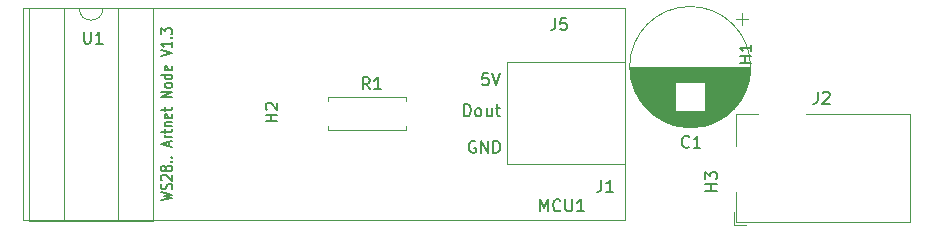
<source format=gbr>
G04 #@! TF.GenerationSoftware,KiCad,Pcbnew,(5.1.4)-1*
G04 #@! TF.CreationDate,2019-11-22T13:16:02+01:00*
G04 #@! TF.ProjectId,ArtNetNode1.2,4172744e-6574-44e6-9f64-65312e322e6b,rev?*
G04 #@! TF.SameCoordinates,Original*
G04 #@! TF.FileFunction,Legend,Top*
G04 #@! TF.FilePolarity,Positive*
%FSLAX46Y46*%
G04 Gerber Fmt 4.6, Leading zero omitted, Abs format (unit mm)*
G04 Created by KiCad (PCBNEW (5.1.4)-1) date 2019-11-22 13:16:02*
%MOMM*%
%LPD*%
G04 APERTURE LIST*
%ADD10C,0.150000*%
%ADD11C,0.120000*%
G04 APERTURE END LIST*
D10*
X172426380Y-73354285D02*
X173426380Y-73163809D01*
X172712095Y-73011428D01*
X173426380Y-72859047D01*
X172426380Y-72668571D01*
X173378761Y-72401904D02*
X173426380Y-72287619D01*
X173426380Y-72097142D01*
X173378761Y-72020952D01*
X173331142Y-71982857D01*
X173235904Y-71944761D01*
X173140666Y-71944761D01*
X173045428Y-71982857D01*
X172997809Y-72020952D01*
X172950190Y-72097142D01*
X172902571Y-72249523D01*
X172854952Y-72325714D01*
X172807333Y-72363809D01*
X172712095Y-72401904D01*
X172616857Y-72401904D01*
X172521619Y-72363809D01*
X172474000Y-72325714D01*
X172426380Y-72249523D01*
X172426380Y-72059047D01*
X172474000Y-71944761D01*
X172521619Y-71640000D02*
X172474000Y-71601904D01*
X172426380Y-71525714D01*
X172426380Y-71335238D01*
X172474000Y-71259047D01*
X172521619Y-71220952D01*
X172616857Y-71182857D01*
X172712095Y-71182857D01*
X172854952Y-71220952D01*
X173426380Y-71678095D01*
X173426380Y-71182857D01*
X172854952Y-70725714D02*
X172807333Y-70801904D01*
X172759714Y-70840000D01*
X172664476Y-70878095D01*
X172616857Y-70878095D01*
X172521619Y-70840000D01*
X172474000Y-70801904D01*
X172426380Y-70725714D01*
X172426380Y-70573333D01*
X172474000Y-70497142D01*
X172521619Y-70459047D01*
X172616857Y-70420952D01*
X172664476Y-70420952D01*
X172759714Y-70459047D01*
X172807333Y-70497142D01*
X172854952Y-70573333D01*
X172854952Y-70725714D01*
X172902571Y-70801904D01*
X172950190Y-70840000D01*
X173045428Y-70878095D01*
X173235904Y-70878095D01*
X173331142Y-70840000D01*
X173378761Y-70801904D01*
X173426380Y-70725714D01*
X173426380Y-70573333D01*
X173378761Y-70497142D01*
X173331142Y-70459047D01*
X173235904Y-70420952D01*
X173045428Y-70420952D01*
X172950190Y-70459047D01*
X172902571Y-70497142D01*
X172854952Y-70573333D01*
X173331142Y-70078095D02*
X173378761Y-70040000D01*
X173426380Y-70078095D01*
X173378761Y-70116190D01*
X173331142Y-70078095D01*
X173426380Y-70078095D01*
X173331142Y-69697142D02*
X173378761Y-69659047D01*
X173426380Y-69697142D01*
X173378761Y-69735238D01*
X173331142Y-69697142D01*
X173426380Y-69697142D01*
X173140666Y-68744761D02*
X173140666Y-68363809D01*
X173426380Y-68820952D02*
X172426380Y-68554285D01*
X173426380Y-68287619D01*
X173426380Y-68020952D02*
X172759714Y-68020952D01*
X172950190Y-68020952D02*
X172854952Y-67982857D01*
X172807333Y-67944761D01*
X172759714Y-67868571D01*
X172759714Y-67792380D01*
X172759714Y-67640000D02*
X172759714Y-67335238D01*
X172426380Y-67525714D02*
X173283523Y-67525714D01*
X173378761Y-67487619D01*
X173426380Y-67411428D01*
X173426380Y-67335238D01*
X172759714Y-67068571D02*
X173426380Y-67068571D01*
X172854952Y-67068571D02*
X172807333Y-67030476D01*
X172759714Y-66954285D01*
X172759714Y-66840000D01*
X172807333Y-66763809D01*
X172902571Y-66725714D01*
X173426380Y-66725714D01*
X173378761Y-66040000D02*
X173426380Y-66116190D01*
X173426380Y-66268571D01*
X173378761Y-66344761D01*
X173283523Y-66382857D01*
X172902571Y-66382857D01*
X172807333Y-66344761D01*
X172759714Y-66268571D01*
X172759714Y-66116190D01*
X172807333Y-66040000D01*
X172902571Y-66001904D01*
X172997809Y-66001904D01*
X173093047Y-66382857D01*
X172759714Y-65773333D02*
X172759714Y-65468571D01*
X172426380Y-65659047D02*
X173283523Y-65659047D01*
X173378761Y-65620952D01*
X173426380Y-65544761D01*
X173426380Y-65468571D01*
X173426380Y-64592380D02*
X172426380Y-64592380D01*
X173426380Y-64135238D01*
X172426380Y-64135238D01*
X173426380Y-63640000D02*
X173378761Y-63716190D01*
X173331142Y-63754285D01*
X173235904Y-63792380D01*
X172950190Y-63792380D01*
X172854952Y-63754285D01*
X172807333Y-63716190D01*
X172759714Y-63640000D01*
X172759714Y-63525714D01*
X172807333Y-63449523D01*
X172854952Y-63411428D01*
X172950190Y-63373333D01*
X173235904Y-63373333D01*
X173331142Y-63411428D01*
X173378761Y-63449523D01*
X173426380Y-63525714D01*
X173426380Y-63640000D01*
X173426380Y-62687619D02*
X172426380Y-62687619D01*
X173378761Y-62687619D02*
X173426380Y-62763809D01*
X173426380Y-62916190D01*
X173378761Y-62992380D01*
X173331142Y-63030476D01*
X173235904Y-63068571D01*
X172950190Y-63068571D01*
X172854952Y-63030476D01*
X172807333Y-62992380D01*
X172759714Y-62916190D01*
X172759714Y-62763809D01*
X172807333Y-62687619D01*
X173378761Y-62001904D02*
X173426380Y-62078095D01*
X173426380Y-62230476D01*
X173378761Y-62306666D01*
X173283523Y-62344761D01*
X172902571Y-62344761D01*
X172807333Y-62306666D01*
X172759714Y-62230476D01*
X172759714Y-62078095D01*
X172807333Y-62001904D01*
X172902571Y-61963809D01*
X172997809Y-61963809D01*
X173093047Y-62344761D01*
X172426380Y-61125714D02*
X173426380Y-60859047D01*
X172426380Y-60592380D01*
X173426380Y-59906666D02*
X173426380Y-60363809D01*
X173426380Y-60135238D02*
X172426380Y-60135238D01*
X172569238Y-60211428D01*
X172664476Y-60287619D01*
X172712095Y-60363809D01*
X173331142Y-59563809D02*
X173378761Y-59525714D01*
X173426380Y-59563809D01*
X173378761Y-59601904D01*
X173331142Y-59563809D01*
X173426380Y-59563809D01*
X172426380Y-59259047D02*
X172426380Y-58763809D01*
X172807333Y-59030476D01*
X172807333Y-58916190D01*
X172854952Y-58840000D01*
X172902571Y-58801904D01*
X172997809Y-58763809D01*
X173235904Y-58763809D01*
X173331142Y-58801904D01*
X173378761Y-58840000D01*
X173426380Y-58916190D01*
X173426380Y-59144761D01*
X173378761Y-59220952D01*
X173331142Y-59259047D01*
D11*
X211780000Y-61620000D02*
X211780000Y-70270000D01*
X211780000Y-70270000D02*
X201780000Y-70270000D01*
X211780000Y-61620000D02*
X201780000Y-61620000D01*
X201780000Y-61620000D02*
X201780000Y-70270000D01*
X222379600Y-62046000D02*
G75*
G03X222379600Y-62046000I-5120000J0D01*
G01*
X222339600Y-62046000D02*
X212179600Y-62046000D01*
X222339600Y-62086000D02*
X212179600Y-62086000D01*
X222339600Y-62126000D02*
X212179600Y-62126000D01*
X222338600Y-62166000D02*
X212180600Y-62166000D01*
X222337600Y-62206000D02*
X212181600Y-62206000D01*
X222336600Y-62246000D02*
X212182600Y-62246000D01*
X222334600Y-62286000D02*
X212184600Y-62286000D01*
X222332600Y-62326000D02*
X212186600Y-62326000D01*
X222329600Y-62366000D02*
X212189600Y-62366000D01*
X222327600Y-62406000D02*
X212191600Y-62406000D01*
X222324600Y-62446000D02*
X212194600Y-62446000D01*
X222321600Y-62486000D02*
X212197600Y-62486000D01*
X222317600Y-62526000D02*
X212201600Y-62526000D01*
X222313600Y-62566000D02*
X212205600Y-62566000D01*
X222309600Y-62606000D02*
X212209600Y-62606000D01*
X222304600Y-62646000D02*
X212214600Y-62646000D01*
X222299600Y-62686000D02*
X212219600Y-62686000D01*
X222294600Y-62726000D02*
X212224600Y-62726000D01*
X222289600Y-62767000D02*
X212229600Y-62767000D01*
X222283600Y-62807000D02*
X212235600Y-62807000D01*
X222277600Y-62847000D02*
X212241600Y-62847000D01*
X222270600Y-62887000D02*
X212248600Y-62887000D01*
X222263600Y-62927000D02*
X212255600Y-62927000D01*
X222256600Y-62967000D02*
X212262600Y-62967000D01*
X222249600Y-63007000D02*
X212269600Y-63007000D01*
X222241600Y-63047000D02*
X212277600Y-63047000D01*
X222233600Y-63087000D02*
X212285600Y-63087000D01*
X222224600Y-63127000D02*
X212294600Y-63127000D01*
X222215600Y-63167000D02*
X212303600Y-63167000D01*
X222206600Y-63207000D02*
X212312600Y-63207000D01*
X222197600Y-63247000D02*
X212321600Y-63247000D01*
X222187600Y-63287000D02*
X212331600Y-63287000D01*
X222177600Y-63327000D02*
X218500600Y-63327000D01*
X216018600Y-63327000D02*
X212341600Y-63327000D01*
X222166600Y-63367000D02*
X218500600Y-63367000D01*
X216018600Y-63367000D02*
X212352600Y-63367000D01*
X222156600Y-63407000D02*
X218500600Y-63407000D01*
X216018600Y-63407000D02*
X212362600Y-63407000D01*
X222144600Y-63447000D02*
X218500600Y-63447000D01*
X216018600Y-63447000D02*
X212374600Y-63447000D01*
X222133600Y-63487000D02*
X218500600Y-63487000D01*
X216018600Y-63487000D02*
X212385600Y-63487000D01*
X222121600Y-63527000D02*
X218500600Y-63527000D01*
X216018600Y-63527000D02*
X212397600Y-63527000D01*
X222109600Y-63567000D02*
X218500600Y-63567000D01*
X216018600Y-63567000D02*
X212409600Y-63567000D01*
X222096600Y-63607000D02*
X218500600Y-63607000D01*
X216018600Y-63607000D02*
X212422600Y-63607000D01*
X222083600Y-63647000D02*
X218500600Y-63647000D01*
X216018600Y-63647000D02*
X212435600Y-63647000D01*
X222070600Y-63687000D02*
X218500600Y-63687000D01*
X216018600Y-63687000D02*
X212448600Y-63687000D01*
X222056600Y-63727000D02*
X218500600Y-63727000D01*
X216018600Y-63727000D02*
X212462600Y-63727000D01*
X222042600Y-63767000D02*
X218500600Y-63767000D01*
X216018600Y-63767000D02*
X212476600Y-63767000D01*
X222027600Y-63807000D02*
X218500600Y-63807000D01*
X216018600Y-63807000D02*
X212491600Y-63807000D01*
X222013600Y-63847000D02*
X218500600Y-63847000D01*
X216018600Y-63847000D02*
X212505600Y-63847000D01*
X221997600Y-63887000D02*
X218500600Y-63887000D01*
X216018600Y-63887000D02*
X212521600Y-63887000D01*
X221982600Y-63927000D02*
X218500600Y-63927000D01*
X216018600Y-63927000D02*
X212536600Y-63927000D01*
X221966600Y-63967000D02*
X218500600Y-63967000D01*
X216018600Y-63967000D02*
X212552600Y-63967000D01*
X221949600Y-64007000D02*
X218500600Y-64007000D01*
X216018600Y-64007000D02*
X212569600Y-64007000D01*
X221933600Y-64047000D02*
X218500600Y-64047000D01*
X216018600Y-64047000D02*
X212585600Y-64047000D01*
X221916600Y-64087000D02*
X218500600Y-64087000D01*
X216018600Y-64087000D02*
X212602600Y-64087000D01*
X221898600Y-64127000D02*
X218500600Y-64127000D01*
X216018600Y-64127000D02*
X212620600Y-64127000D01*
X221880600Y-64167000D02*
X218500600Y-64167000D01*
X216018600Y-64167000D02*
X212638600Y-64167000D01*
X221862600Y-64207000D02*
X218500600Y-64207000D01*
X216018600Y-64207000D02*
X212656600Y-64207000D01*
X221843600Y-64247000D02*
X218500600Y-64247000D01*
X216018600Y-64247000D02*
X212675600Y-64247000D01*
X221823600Y-64287000D02*
X218500600Y-64287000D01*
X216018600Y-64287000D02*
X212695600Y-64287000D01*
X221804600Y-64327000D02*
X218500600Y-64327000D01*
X216018600Y-64327000D02*
X212714600Y-64327000D01*
X221784600Y-64367000D02*
X218500600Y-64367000D01*
X216018600Y-64367000D02*
X212734600Y-64367000D01*
X221763600Y-64407000D02*
X218500600Y-64407000D01*
X216018600Y-64407000D02*
X212755600Y-64407000D01*
X221742600Y-64447000D02*
X218500600Y-64447000D01*
X216018600Y-64447000D02*
X212776600Y-64447000D01*
X221721600Y-64487000D02*
X218500600Y-64487000D01*
X216018600Y-64487000D02*
X212797600Y-64487000D01*
X221699600Y-64527000D02*
X218500600Y-64527000D01*
X216018600Y-64527000D02*
X212819600Y-64527000D01*
X221676600Y-64567000D02*
X218500600Y-64567000D01*
X216018600Y-64567000D02*
X212842600Y-64567000D01*
X221654600Y-64607000D02*
X218500600Y-64607000D01*
X216018600Y-64607000D02*
X212864600Y-64607000D01*
X221630600Y-64647000D02*
X218500600Y-64647000D01*
X216018600Y-64647000D02*
X212888600Y-64647000D01*
X221606600Y-64687000D02*
X218500600Y-64687000D01*
X216018600Y-64687000D02*
X212912600Y-64687000D01*
X221582600Y-64727000D02*
X218500600Y-64727000D01*
X216018600Y-64727000D02*
X212936600Y-64727000D01*
X221557600Y-64767000D02*
X218500600Y-64767000D01*
X216018600Y-64767000D02*
X212961600Y-64767000D01*
X221532600Y-64807000D02*
X218500600Y-64807000D01*
X216018600Y-64807000D02*
X212986600Y-64807000D01*
X221506600Y-64847000D02*
X218500600Y-64847000D01*
X216018600Y-64847000D02*
X213012600Y-64847000D01*
X221480600Y-64887000D02*
X218500600Y-64887000D01*
X216018600Y-64887000D02*
X213038600Y-64887000D01*
X221453600Y-64927000D02*
X218500600Y-64927000D01*
X216018600Y-64927000D02*
X213065600Y-64927000D01*
X221425600Y-64967000D02*
X218500600Y-64967000D01*
X216018600Y-64967000D02*
X213093600Y-64967000D01*
X221397600Y-65007000D02*
X218500600Y-65007000D01*
X216018600Y-65007000D02*
X213121600Y-65007000D01*
X221369600Y-65047000D02*
X218500600Y-65047000D01*
X216018600Y-65047000D02*
X213149600Y-65047000D01*
X221339600Y-65087000D02*
X218500600Y-65087000D01*
X216018600Y-65087000D02*
X213179600Y-65087000D01*
X221309600Y-65127000D02*
X218500600Y-65127000D01*
X216018600Y-65127000D02*
X213209600Y-65127000D01*
X221279600Y-65167000D02*
X218500600Y-65167000D01*
X216018600Y-65167000D02*
X213239600Y-65167000D01*
X221248600Y-65207000D02*
X218500600Y-65207000D01*
X216018600Y-65207000D02*
X213270600Y-65207000D01*
X221216600Y-65247000D02*
X218500600Y-65247000D01*
X216018600Y-65247000D02*
X213302600Y-65247000D01*
X221184600Y-65287000D02*
X218500600Y-65287000D01*
X216018600Y-65287000D02*
X213334600Y-65287000D01*
X221151600Y-65327000D02*
X218500600Y-65327000D01*
X216018600Y-65327000D02*
X213367600Y-65327000D01*
X221117600Y-65367000D02*
X218500600Y-65367000D01*
X216018600Y-65367000D02*
X213401600Y-65367000D01*
X221083600Y-65407000D02*
X218500600Y-65407000D01*
X216018600Y-65407000D02*
X213435600Y-65407000D01*
X221048600Y-65447000D02*
X218500600Y-65447000D01*
X216018600Y-65447000D02*
X213470600Y-65447000D01*
X221012600Y-65487000D02*
X218500600Y-65487000D01*
X216018600Y-65487000D02*
X213506600Y-65487000D01*
X220975600Y-65527000D02*
X218500600Y-65527000D01*
X216018600Y-65527000D02*
X213543600Y-65527000D01*
X220938600Y-65567000D02*
X218500600Y-65567000D01*
X216018600Y-65567000D02*
X213580600Y-65567000D01*
X220899600Y-65607000D02*
X218500600Y-65607000D01*
X216018600Y-65607000D02*
X213619600Y-65607000D01*
X220860600Y-65647000D02*
X218500600Y-65647000D01*
X216018600Y-65647000D02*
X213658600Y-65647000D01*
X220820600Y-65687000D02*
X218500600Y-65687000D01*
X216018600Y-65687000D02*
X213698600Y-65687000D01*
X220779600Y-65727000D02*
X218500600Y-65727000D01*
X216018600Y-65727000D02*
X213739600Y-65727000D01*
X220737600Y-65767000D02*
X218500600Y-65767000D01*
X216018600Y-65767000D02*
X213781600Y-65767000D01*
X220695600Y-65807000D02*
X213823600Y-65807000D01*
X220651600Y-65847000D02*
X213867600Y-65847000D01*
X220606600Y-65887000D02*
X213912600Y-65887000D01*
X220560600Y-65927000D02*
X213958600Y-65927000D01*
X220513600Y-65967000D02*
X214005600Y-65967000D01*
X220465600Y-66007000D02*
X214053600Y-66007000D01*
X220415600Y-66047000D02*
X214103600Y-66047000D01*
X220365600Y-66087000D02*
X214153600Y-66087000D01*
X220313600Y-66127000D02*
X214205600Y-66127000D01*
X220259600Y-66167000D02*
X214259600Y-66167000D01*
X220204600Y-66207000D02*
X214314600Y-66207000D01*
X220148600Y-66247000D02*
X214370600Y-66247000D01*
X220089600Y-66287000D02*
X214429600Y-66287000D01*
X220029600Y-66327000D02*
X214489600Y-66327000D01*
X219968600Y-66367000D02*
X214550600Y-66367000D01*
X219904600Y-66407000D02*
X214614600Y-66407000D01*
X219838600Y-66447000D02*
X214680600Y-66447000D01*
X219769600Y-66487000D02*
X214749600Y-66487000D01*
X219698600Y-66527000D02*
X214820600Y-66527000D01*
X219624600Y-66567000D02*
X214894600Y-66567000D01*
X219548600Y-66607000D02*
X214970600Y-66607000D01*
X219468600Y-66647000D02*
X215050600Y-66647000D01*
X219384600Y-66687000D02*
X215134600Y-66687000D01*
X219296600Y-66727000D02*
X215222600Y-66727000D01*
X219203600Y-66767000D02*
X215315600Y-66767000D01*
X219105600Y-66807000D02*
X215413600Y-66807000D01*
X219001600Y-66847000D02*
X215517600Y-66847000D01*
X218889600Y-66887000D02*
X215629600Y-66887000D01*
X218769600Y-66927000D02*
X215749600Y-66927000D01*
X218637600Y-66967000D02*
X215881600Y-66967000D01*
X218489600Y-67007000D02*
X216029600Y-67007000D01*
X218321600Y-67047000D02*
X216197600Y-67047000D01*
X218121600Y-67087000D02*
X216397600Y-67087000D01*
X217858600Y-67127000D02*
X216660600Y-67127000D01*
X221634600Y-57466354D02*
X221634600Y-58466354D01*
X222134600Y-57966354D02*
X221134600Y-57966354D01*
X160770000Y-75040000D02*
X211770000Y-75040000D01*
X160770000Y-75040000D02*
X160770000Y-57040000D01*
X160770000Y-57040000D02*
X211770000Y-57040000D01*
X211770000Y-75040000D02*
X211770000Y-57040000D01*
X220944000Y-74362000D02*
X220944000Y-75412000D01*
X221994000Y-75412000D02*
X220944000Y-75412000D01*
X227044000Y-66012000D02*
X235844000Y-66012000D01*
X235844000Y-66012000D02*
X235844000Y-75212000D01*
X221144000Y-68712000D02*
X221144000Y-66012000D01*
X221144000Y-66012000D02*
X223044000Y-66012000D01*
X235844000Y-75212000D02*
X221144000Y-75212000D01*
X221144000Y-75212000D02*
X221144000Y-72612000D01*
X186633800Y-64957600D02*
X186633800Y-64627600D01*
X186633800Y-64627600D02*
X193173800Y-64627600D01*
X193173800Y-64627600D02*
X193173800Y-64957600D01*
X186633800Y-67037600D02*
X186633800Y-67367600D01*
X186633800Y-67367600D02*
X193173800Y-67367600D01*
X193173800Y-67367600D02*
X193173800Y-67037600D01*
X167535800Y-57090000D02*
G75*
G02X165535800Y-57090000I-1000000J0D01*
G01*
X165535800Y-57090000D02*
X164285800Y-57090000D01*
X164285800Y-57090000D02*
X164285800Y-74990000D01*
X164285800Y-74990000D02*
X168785800Y-74990000D01*
X168785800Y-74990000D02*
X168785800Y-57090000D01*
X168785800Y-57090000D02*
X167535800Y-57090000D01*
X161285800Y-57030000D02*
X161285800Y-75050000D01*
X161285800Y-75050000D02*
X171785800Y-75050000D01*
X171785800Y-75050000D02*
X171785800Y-57030000D01*
X171785800Y-57030000D02*
X161285800Y-57030000D01*
D10*
X209746666Y-71612380D02*
X209746666Y-72326666D01*
X209699047Y-72469523D01*
X209603809Y-72564761D01*
X209460952Y-72612380D01*
X209365714Y-72612380D01*
X210746666Y-72612380D02*
X210175238Y-72612380D01*
X210460952Y-72612380D02*
X210460952Y-71612380D01*
X210365714Y-71755238D01*
X210270476Y-71850476D01*
X210175238Y-71898095D01*
X200179523Y-62592380D02*
X199703333Y-62592380D01*
X199655714Y-63068571D01*
X199703333Y-63020952D01*
X199798571Y-62973333D01*
X200036666Y-62973333D01*
X200131904Y-63020952D01*
X200179523Y-63068571D01*
X200227142Y-63163809D01*
X200227142Y-63401904D01*
X200179523Y-63497142D01*
X200131904Y-63544761D01*
X200036666Y-63592380D01*
X199798571Y-63592380D01*
X199703333Y-63544761D01*
X199655714Y-63497142D01*
X200512857Y-62592380D02*
X200846190Y-63592380D01*
X201179523Y-62592380D01*
X198117619Y-66212380D02*
X198117619Y-65212380D01*
X198355714Y-65212380D01*
X198498571Y-65260000D01*
X198593809Y-65355238D01*
X198641428Y-65450476D01*
X198689047Y-65640952D01*
X198689047Y-65783809D01*
X198641428Y-65974285D01*
X198593809Y-66069523D01*
X198498571Y-66164761D01*
X198355714Y-66212380D01*
X198117619Y-66212380D01*
X199260476Y-66212380D02*
X199165238Y-66164761D01*
X199117619Y-66117142D01*
X199070000Y-66021904D01*
X199070000Y-65736190D01*
X199117619Y-65640952D01*
X199165238Y-65593333D01*
X199260476Y-65545714D01*
X199403333Y-65545714D01*
X199498571Y-65593333D01*
X199546190Y-65640952D01*
X199593809Y-65736190D01*
X199593809Y-66021904D01*
X199546190Y-66117142D01*
X199498571Y-66164761D01*
X199403333Y-66212380D01*
X199260476Y-66212380D01*
X200450952Y-65545714D02*
X200450952Y-66212380D01*
X200022380Y-65545714D02*
X200022380Y-66069523D01*
X200070000Y-66164761D01*
X200165238Y-66212380D01*
X200308095Y-66212380D01*
X200403333Y-66164761D01*
X200450952Y-66117142D01*
X200784285Y-65545714D02*
X201165238Y-65545714D01*
X200927142Y-65212380D02*
X200927142Y-66069523D01*
X200974761Y-66164761D01*
X201070000Y-66212380D01*
X201165238Y-66212380D01*
X199078095Y-68350000D02*
X198982857Y-68302380D01*
X198840000Y-68302380D01*
X198697142Y-68350000D01*
X198601904Y-68445238D01*
X198554285Y-68540476D01*
X198506666Y-68730952D01*
X198506666Y-68873809D01*
X198554285Y-69064285D01*
X198601904Y-69159523D01*
X198697142Y-69254761D01*
X198840000Y-69302380D01*
X198935238Y-69302380D01*
X199078095Y-69254761D01*
X199125714Y-69207142D01*
X199125714Y-68873809D01*
X198935238Y-68873809D01*
X199554285Y-69302380D02*
X199554285Y-68302380D01*
X200125714Y-69302380D01*
X200125714Y-68302380D01*
X200601904Y-69302380D02*
X200601904Y-68302380D01*
X200840000Y-68302380D01*
X200982857Y-68350000D01*
X201078095Y-68445238D01*
X201125714Y-68540476D01*
X201173333Y-68730952D01*
X201173333Y-68873809D01*
X201125714Y-69064285D01*
X201078095Y-69159523D01*
X200982857Y-69254761D01*
X200840000Y-69302380D01*
X200601904Y-69302380D01*
X217181833Y-68793142D02*
X217134214Y-68840761D01*
X216991357Y-68888380D01*
X216896119Y-68888380D01*
X216753261Y-68840761D01*
X216658023Y-68745523D01*
X216610404Y-68650285D01*
X216562785Y-68459809D01*
X216562785Y-68316952D01*
X216610404Y-68126476D01*
X216658023Y-68031238D01*
X216753261Y-67936000D01*
X216896119Y-67888380D01*
X216991357Y-67888380D01*
X217134214Y-67936000D01*
X217181833Y-67983619D01*
X218134214Y-68888380D02*
X217562785Y-68888380D01*
X217848500Y-68888380D02*
X217848500Y-67888380D01*
X217753261Y-68031238D01*
X217658023Y-68126476D01*
X217562785Y-68174095D01*
X205836666Y-57912380D02*
X205836666Y-58626666D01*
X205789047Y-58769523D01*
X205693809Y-58864761D01*
X205550952Y-58912380D01*
X205455714Y-58912380D01*
X206789047Y-57912380D02*
X206312857Y-57912380D01*
X206265238Y-58388571D01*
X206312857Y-58340952D01*
X206408095Y-58293333D01*
X206646190Y-58293333D01*
X206741428Y-58340952D01*
X206789047Y-58388571D01*
X206836666Y-58483809D01*
X206836666Y-58721904D01*
X206789047Y-58817142D01*
X206741428Y-58864761D01*
X206646190Y-58912380D01*
X206408095Y-58912380D01*
X206312857Y-58864761D01*
X206265238Y-58817142D01*
X182312380Y-66661904D02*
X181312380Y-66661904D01*
X181788571Y-66661904D02*
X181788571Y-66090476D01*
X182312380Y-66090476D02*
X181312380Y-66090476D01*
X181407619Y-65661904D02*
X181360000Y-65614285D01*
X181312380Y-65519047D01*
X181312380Y-65280952D01*
X181360000Y-65185714D01*
X181407619Y-65138095D01*
X181502857Y-65090476D01*
X181598095Y-65090476D01*
X181740952Y-65138095D01*
X182312380Y-65709523D01*
X182312380Y-65090476D01*
X204556666Y-74262380D02*
X204556666Y-73262380D01*
X204890000Y-73976666D01*
X205223333Y-73262380D01*
X205223333Y-74262380D01*
X206270952Y-74167142D02*
X206223333Y-74214761D01*
X206080476Y-74262380D01*
X205985238Y-74262380D01*
X205842380Y-74214761D01*
X205747142Y-74119523D01*
X205699523Y-74024285D01*
X205651904Y-73833809D01*
X205651904Y-73690952D01*
X205699523Y-73500476D01*
X205747142Y-73405238D01*
X205842380Y-73310000D01*
X205985238Y-73262380D01*
X206080476Y-73262380D01*
X206223333Y-73310000D01*
X206270952Y-73357619D01*
X206699523Y-73262380D02*
X206699523Y-74071904D01*
X206747142Y-74167142D01*
X206794761Y-74214761D01*
X206890000Y-74262380D01*
X207080476Y-74262380D01*
X207175714Y-74214761D01*
X207223333Y-74167142D01*
X207270952Y-74071904D01*
X207270952Y-73262380D01*
X208270952Y-74262380D02*
X207699523Y-74262380D01*
X207985238Y-74262380D02*
X207985238Y-73262380D01*
X207890000Y-73405238D01*
X207794761Y-73500476D01*
X207699523Y-73548095D01*
X219527380Y-72516904D02*
X218527380Y-72516904D01*
X219003571Y-72516904D02*
X219003571Y-71945476D01*
X219527380Y-71945476D02*
X218527380Y-71945476D01*
X218527380Y-71564523D02*
X218527380Y-70945476D01*
X218908333Y-71278809D01*
X218908333Y-71135952D01*
X218955952Y-71040714D01*
X219003571Y-70993095D01*
X219098809Y-70945476D01*
X219336904Y-70945476D01*
X219432142Y-70993095D01*
X219479761Y-71040714D01*
X219527380Y-71135952D01*
X219527380Y-71421666D01*
X219479761Y-71516904D01*
X219432142Y-71564523D01*
X222448380Y-61721904D02*
X221448380Y-61721904D01*
X221924571Y-61721904D02*
X221924571Y-61150476D01*
X222448380Y-61150476D02*
X221448380Y-61150476D01*
X222448380Y-60150476D02*
X222448380Y-60721904D01*
X222448380Y-60436190D02*
X221448380Y-60436190D01*
X221591238Y-60531428D01*
X221686476Y-60626666D01*
X221734095Y-60721904D01*
X228072666Y-64158880D02*
X228072666Y-64873166D01*
X228025047Y-65016023D01*
X227929809Y-65111261D01*
X227786952Y-65158880D01*
X227691714Y-65158880D01*
X228501238Y-64254119D02*
X228548857Y-64206500D01*
X228644095Y-64158880D01*
X228882190Y-64158880D01*
X228977428Y-64206500D01*
X229025047Y-64254119D01*
X229072666Y-64349357D01*
X229072666Y-64444595D01*
X229025047Y-64587452D01*
X228453619Y-65158880D01*
X229072666Y-65158880D01*
X190130833Y-63935380D02*
X189797500Y-63459190D01*
X189559404Y-63935380D02*
X189559404Y-62935380D01*
X189940357Y-62935380D01*
X190035595Y-62983000D01*
X190083214Y-63030619D01*
X190130833Y-63125857D01*
X190130833Y-63268714D01*
X190083214Y-63363952D01*
X190035595Y-63411571D01*
X189940357Y-63459190D01*
X189559404Y-63459190D01*
X191083214Y-63935380D02*
X190511785Y-63935380D01*
X190797500Y-63935380D02*
X190797500Y-62935380D01*
X190702261Y-63078238D01*
X190607023Y-63173476D01*
X190511785Y-63221095D01*
X165938095Y-59072380D02*
X165938095Y-59881904D01*
X165985714Y-59977142D01*
X166033333Y-60024761D01*
X166128571Y-60072380D01*
X166319047Y-60072380D01*
X166414285Y-60024761D01*
X166461904Y-59977142D01*
X166509523Y-59881904D01*
X166509523Y-59072380D01*
X167509523Y-60072380D02*
X166938095Y-60072380D01*
X167223809Y-60072380D02*
X167223809Y-59072380D01*
X167128571Y-59215238D01*
X167033333Y-59310476D01*
X166938095Y-59358095D01*
M02*

</source>
